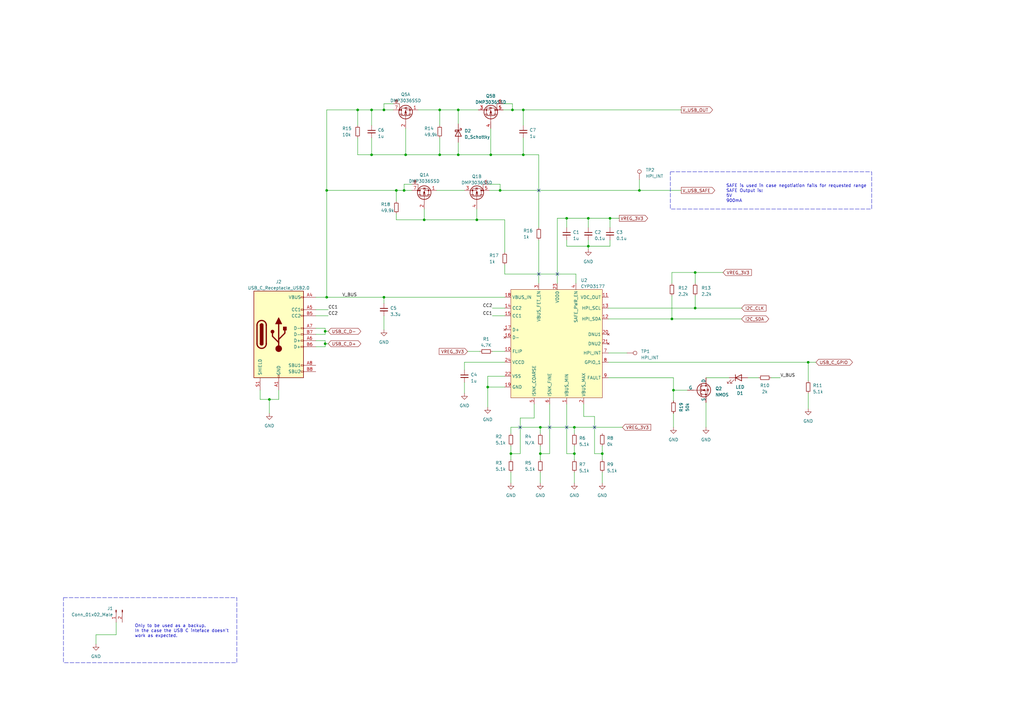
<source format=kicad_sch>
(kicad_sch (version 20230121) (generator eeschema)
  (paper "A3")
  (lib_symbols
    (symbol "Connector:Conn_01x02_Male" (pin_names (offset 1.016) hide)
      (property "Reference" "J" (at 0 2.54 0))
      (property "Value" "Conn_01x02_Male" (at 0 -5.08 0))
      (symbol "Conn_01x02_Male_1_1"
        (polyline (pts (xy 1.27 -2.54) (xy 0.8636 -2.54)) (stroke (width 0.1524)))
        (polyline (pts (xy 1.27 0) (xy 0.8636 0)) (stroke (width 0.1524)))
        (rectangle (start 0.8636 -2.413) (end 0 -2.667) (stroke (width 0.1524)) (fill (type outline)))
        (rectangle (start 0.8636 0.127) (end 0 -0.127) (stroke (width 0.1524)) (fill (type outline)))
        (pin passive line (at 5.08 0 180) (length 3.81) (name "Pin_1") (number "1"))
        (pin passive line (at 5.08 -2.54 180) (length 3.81) (name "Pin_2") (number "2"))
      )
    )
    (symbol "Connector:TestPoint" (pin_numbers hide) (pin_names (offset 0.762) hide)
      (property "Reference" "TP" (at 0 6.858 0))
      (property "Value" "TestPoint" (at 0 5.08 0))
      (symbol "TestPoint_0_1"
        (circle (center 0 3.302) (radius 0.762))
      )
      (symbol "TestPoint_1_1"
        (pin passive line (at 0 0 90) (length 2.54) (name "1") (number "1"))
      )
    )
    (symbol "Connector:USB_C_Receptacle_USB2.0" (pin_names (offset 1.016))
      (property "Reference" "J" (at -10.16 19.05 0))
      (property "Value" "USB_C_Receptacle_USB2.0" (at 19.05 19.05 0))
      (symbol "USB_C_Receptacle_USB2.0_0_0"
        (rectangle (start -0.254 -17.78) (end 0.254 -16.764))
        (rectangle (start 10.16 -14.986) (end 9.144 -15.494))
        (rectangle (start 10.16 -12.446) (end 9.144 -12.954))
        (rectangle (start 10.16 -4.826) (end 9.144 -5.334))
        (rectangle (start 10.16 -2.286) (end 9.144 -2.794))
        (rectangle (start 10.16 0.254) (end 9.144 -0.254))
        (rectangle (start 10.16 2.794) (end 9.144 2.286))
        (rectangle (start 10.16 7.874) (end 9.144 7.366))
        (rectangle (start 10.16 10.414) (end 9.144 9.906))
        (rectangle (start 10.16 15.494) (end 9.144 14.986))
      )
      (symbol "USB_C_Receptacle_USB2.0_0_1"
        (rectangle (start -10.16 17.78) (end 10.16 -17.78) (stroke (width 0.254)) (fill (type background)))
        (arc (start -8.89 -3.81) (mid -6.985 -5.7067) (end -5.08 -3.81) (stroke (width 0.508)))
        (arc (start -7.62 -3.81) (mid -6.985 -4.4423) (end -6.35 -3.81) (stroke (width 0.254)))
        (arc (start -7.62 -3.81) (mid -6.985 -4.4423) (end -6.35 -3.81) (stroke (width 0.254)) (fill (type outline)))
        (rectangle (start -7.62 -3.81) (end -6.35 3.81) (stroke (width 0.254)) (fill (type outline)))
        (arc (start -6.35 3.81) (mid -6.985 4.4423) (end -7.62 3.81) (stroke (width 0.254)))
        (arc (start -6.35 3.81) (mid -6.985 4.4423) (end -7.62 3.81) (stroke (width 0.254)) (fill (type outline)))
        (arc (start -5.08 3.81) (mid -6.985 5.7067) (end -8.89 3.81) (stroke (width 0.508)))
        (circle (center -2.54 1.143) (radius 0.635) (stroke (width 0.254)) (fill (type outline)))
        (circle (center 0 -5.842) (radius 1.27) (fill (type outline)))
        (polyline (pts (xy -8.89 -3.81) (xy -8.89 3.81)) (stroke (width 0.508)))
        (polyline (pts (xy -5.08 3.81) (xy -5.08 -3.81)) (stroke (width 0.508)))
        (polyline (pts (xy 0 -5.842) (xy 0 4.318)) (stroke (width 0.508)))
        (polyline (pts (xy 0 -3.302) (xy -2.54 -0.762) (xy -2.54 0.508)) (stroke (width 0.508)))
        (polyline (pts (xy 0 -2.032) (xy 2.54 0.508) (xy 2.54 1.778)) (stroke (width 0.508)))
        (polyline (pts (xy -1.27 4.318) (xy 0 6.858) (xy 1.27 4.318) (xy -1.27 4.318)) (stroke (width 0.254)) (fill (type outline)))
        (rectangle (start 1.905 1.778) (end 3.175 3.048) (stroke (width 0.254)) (fill (type outline)))
      )
      (symbol "USB_C_Receptacle_USB2.0_1_1"
        (pin passive line (at 0 -22.86 90) (length 5.08) (name "GND") (number "A1"))
        (pin passive line (at 0 -22.86 90) (length 5.08) hide (name "GND") (number "A12"))
        (pin passive line (at 15.24 15.24 180) (length 5.08) (name "VBUS") (number "A4"))
        (pin bidirectional line (at 15.24 10.16 180) (length 5.08) (name "CC1") (number "A5"))
        (pin bidirectional line (at 15.24 -2.54 180) (length 5.08) (name "D+") (number "A6"))
        (pin bidirectional line (at 15.24 2.54 180) (length 5.08) (name "D-") (number "A7"))
        (pin bidirectional line (at 15.24 -12.7 180) (length 5.08) (name "SBU1") (number "A8"))
        (pin passive line (at 15.24 15.24 180) (length 5.08) hide (name "VBUS") (number "A9"))
        (pin passive line (at 0 -22.86 90) (length 5.08) hide (name "GND") (number "B1"))
        (pin passive line (at 0 -22.86 90) (length 5.08) hide (name "GND") (number "B12"))
        (pin passive line (at 15.24 15.24 180) (length 5.08) hide (name "VBUS") (number "B4"))
        (pin bidirectional line (at 15.24 7.62 180) (length 5.08) (name "CC2") (number "B5"))
        (pin bidirectional line (at 15.24 -5.08 180) (length 5.08) (name "D+") (number "B6"))
        (pin bidirectional line (at 15.24 0 180) (length 5.08) (name "D-") (number "B7"))
        (pin bidirectional line (at 15.24 -15.24 180) (length 5.08) (name "SBU2") (number "B8"))
        (pin passive line (at 15.24 15.24 180) (length 5.08) hide (name "VBUS") (number "B9"))
        (pin passive line (at -7.62 -22.86 90) (length 5.08) (name "SHIELD") (number "S1"))
      )
    )
    (symbol "Device:C_Small" (pin_numbers hide) (pin_names (offset 0.254) hide)
      (property "Reference" "C" (at 0.254 1.778 0))
      (property "Value" "C_Small" (at 0.254 -2.032 0))
      (symbol "C_Small_0_1"
        (polyline (pts (xy -1.524 -0.508) (xy 1.524 -0.508)) (stroke (width 0.3302)))
        (polyline (pts (xy -1.524 0.508) (xy 1.524 0.508)) (stroke (width 0.3048)))
      )
      (symbol "C_Small_1_1"
        (pin passive line (at 0 2.54 270) (length 2.032) (name "~") (number "1"))
        (pin passive line (at 0 -2.54 90) (length 2.032) (name "~") (number "2"))
      )
    )
    (symbol "Device:D_Schottky" (pin_numbers hide) (pin_names (offset 1.016) hide)
      (property "Reference" "D" (at 0 2.54 0))
      (property "Value" "D_Schottky" (at 0 -2.54 0))
      (symbol "D_Schottky_0_1"
        (polyline (pts (xy 1.27 0) (xy -1.27 0)))
        (polyline (pts (xy 1.27 1.27) (xy 1.27 -1.27) (xy -1.27 0) (xy 1.27 1.27)) (stroke (width 0.254)))
        (polyline (pts (xy -1.905 0.635) (xy -1.905 1.27) (xy -1.27 1.27) (xy -1.27 -1.27) (xy -0.635 -1.27) (xy -0.635 -0.635)) (stroke (width 0.254)))
      )
      (symbol "D_Schottky_1_1"
        (pin passive line (at -3.81 0 0) (length 2.54) (name "K") (number "1"))
        (pin passive line (at 3.81 0 180) (length 2.54) (name "A") (number "2"))
      )
    )
    (symbol "Device:LED" (pin_numbers hide) (pin_names (offset 1.016) hide)
      (property "Reference" "D" (at 0 2.54 0))
      (property "Value" "LED" (at 0 -2.54 0))
      (symbol "LED_0_1"
        (polyline (pts (xy -1.27 -1.27) (xy -1.27 1.27)) (stroke (width 0.254)))
        (polyline (pts (xy -1.27 0) (xy 1.27 0)))
        (polyline (pts (xy 1.27 -1.27) (xy 1.27 1.27) (xy -1.27 0) (xy 1.27 -1.27)) (stroke (width 0.254)))
        (polyline (pts (xy -3.048 -0.762) (xy -4.572 -2.286) (xy -3.81 -2.286) (xy -4.572 -2.286) (xy -4.572 -1.524)))
        (polyline (pts (xy -1.778 -0.762) (xy -3.302 -2.286) (xy -2.54 -2.286) (xy -3.302 -2.286) (xy -3.302 -1.524)))
      )
      (symbol "LED_1_1"
        (pin passive line (at -3.81 0 0) (length 2.54) (name "K") (number "1"))
        (pin passive line (at 3.81 0 180) (length 2.54) (name "A") (number "2"))
      )
    )
    (symbol "Device:Q_Dual_PMOS_S1G1S2G2D2D2D1D1" (pin_names (offset 0) hide)
      (property "Reference" "Q" (at 6.35 1.27 0))
      (property "Value" "Q_Dual_PMOS_S1G1S2G2D2D2D1D1" (at 21.59 -1.27 0))
      (symbol "Q_Dual_PMOS_S1G1S2G2D2D2D1D1_0_1"
        (polyline (pts (xy 0.254 0) (xy -2.54 0)))
        (polyline (pts (xy 0.254 1.905) (xy 0.254 -1.905)) (stroke (width 0.254)))
        (polyline (pts (xy 0.762 -1.27) (xy 0.762 -2.286)) (stroke (width 0.254)))
        (polyline (pts (xy 0.762 0.508) (xy 0.762 -0.508)) (stroke (width 0.254)))
        (polyline (pts (xy 0.762 2.286) (xy 0.762 1.27)) (stroke (width 0.254)))
        (polyline (pts (xy 2.54 2.54) (xy 2.54 1.778)))
        (polyline (pts (xy 2.54 -2.54) (xy 2.54 0) (xy 0.762 0)))
        (polyline (pts (xy 0.762 1.778) (xy 3.302 1.778) (xy 3.302 -1.778) (xy 0.762 -1.778)))
        (polyline (pts (xy 2.286 0) (xy 1.27 0.381) (xy 1.27 -0.381) (xy 2.286 0)) (fill (type outline)))
        (polyline (pts (xy 2.794 -0.508) (xy 2.921 -0.381) (xy 3.683 -0.381) (xy 3.81 -0.254)))
        (polyline (pts (xy 3.302 -0.381) (xy 2.921 0.254) (xy 3.683 0.254) (xy 3.302 -0.381)))
        (circle (center 1.651 0) (radius 2.794) (stroke (width 0.254)))
        (circle (center 2.54 -1.778) (radius 0.254) (fill (type outline)))
        (circle (center 2.54 1.778) (radius 0.254) (fill (type outline)))
        (circle (center 2.54 2.54) (radius 0.254) (fill (type outline)))
        (rectangle (start 5.08 2.54) (end 2.54 2.54))
      )
      (symbol "Q_Dual_PMOS_S1G1S2G2D2D2D1D1_1_1"
        (pin passive line (at 2.54 -5.08 90) (length 2.54) (name "S") (number "1"))
        (pin input line (at -5.08 0 0) (length 2.54) (name "G") (number "2"))
        (pin passive line (at 2.54 5.08 270) (length 2.54) (name "D") (number "7"))
        (pin passive line (at 5.08 5.08 270) (length 2.54) (name "G") (number "8"))
      )
      (symbol "Q_Dual_PMOS_S1G1S2G2D2D2D1D1_2_1"
        (pin passive line (at 2.54 -5.08 90) (length 2.54) (name "S") (number "3"))
        (pin input line (at -5.08 0 0) (length 2.54) (name "G") (number "4"))
        (pin passive line (at 2.54 5.08 270) (length 2.54) (name "D") (number "5"))
        (pin passive line (at 5.08 5.08 270) (length 2.54) (name "G") (number "6"))
      )
    )
    (symbol "Device:R_Small" (pin_numbers hide) (pin_names (offset 0.254) hide)
      (property "Reference" "R" (at 0.762 0.508 0))
      (property "Value" "R_Small" (at 0.762 -1.016 0))
      (symbol "R_Small_0_1"
        (rectangle (start -0.762 1.778) (end 0.762 -1.778) (stroke (width 0.2032)))
      )
      (symbol "R_Small_1_1"
        (pin passive line (at 0 2.54 270) (length 0.762) (name "~") (number "1"))
        (pin passive line (at 0 -2.54 90) (length 0.762) (name "~") (number "2"))
      )
    )
    (symbol "Simulation_SPICE:NMOS" (pin_numbers hide) (pin_names (offset 0))
      (property "Reference" "Q" (at 5.08 1.27 0))
      (property "Value" "NMOS" (at 5.08 -1.27 0))
      (symbol "NMOS_0_1"
        (polyline (pts (xy 0.254 0) (xy -2.54 0)))
        (polyline (pts (xy 0.254 1.905) (xy 0.254 -1.905)) (stroke (width 0.254)))
        (polyline (pts (xy 0.762 -1.27) (xy 0.762 -2.286)) (stroke (width 0.254)))
        (polyline (pts (xy 0.762 0.508) (xy 0.762 -0.508)) (stroke (width 0.254)))
        (polyline (pts (xy 0.762 2.286) (xy 0.762 1.27)) (stroke (width 0.254)))
        (polyline (pts (xy 2.54 2.54) (xy 2.54 1.778)))
        (polyline (pts (xy 2.54 -2.54) (xy 2.54 0) (xy 0.762 0)))
        (polyline (pts (xy 0.762 -1.778) (xy 3.302 -1.778) (xy 3.302 1.778) (xy 0.762 1.778)))
        (polyline (pts (xy 1.016 0) (xy 2.032 0.381) (xy 2.032 -0.381) (xy 1.016 0)) (fill (type outline)))
        (polyline (pts (xy 2.794 0.508) (xy 2.921 0.381) (xy 3.683 0.381) (xy 3.81 0.254)))
        (polyline (pts (xy 3.302 0.381) (xy 2.921 -0.254) (xy 3.683 -0.254) (xy 3.302 0.381)))
        (circle (center 1.651 0) (radius 2.794) (stroke (width 0.254)))
        (circle (center 2.54 -1.778) (radius 0.254) (fill (type outline)))
        (circle (center 2.54 1.778) (radius 0.254) (fill (type outline)))
      )
      (symbol "NMOS_1_1"
        (pin passive line (at 2.54 5.08 270) (length 2.54) (name "D") (number "1"))
        (pin input line (at -5.08 0 0) (length 2.54) (name "G") (number "2"))
        (pin passive line (at 2.54 -5.08 90) (length 2.54) (name "S") (number "3"))
      )
    )
    (symbol "User_USB_C_PD:CYPD3177"
      (property "Reference" "U" (at 11.43 8.255 0))
      (property "Value" "CYPD3177" (at 15.24 6.35 0))
      (symbol "CYPD3177_1_1"
        (rectangle (start -19.05 5.08) (end 18.415 -39.37) (fill (type background)))
        (pin input line (at 3.81 -41.91 90) (length 2.54) (name "VBUS_MIN") (number "1"))
        (pin input line (at -21.59 -20.32 0) (length 2.54) (name "FLIP") (number "10"))
        (pin input line (at 20.955 1.905 180) (length 2.54) (name "VDC_OUT") (number "11"))
        (pin input line (at 20.955 -6.985 180) (length 2.54) (name "HPI_SDA") (number "12"))
        (pin input line (at 20.955 -2.54 180) (length 2.54) (name "HPI_SCL") (number "13"))
        (pin input line (at -21.59 -2.54 0) (length 2.54) (name "CC2") (number "14"))
        (pin input line (at -21.59 -5.715 0) (length 2.54) (name "CC1") (number "15"))
        (pin no_connect line (at -21.59 -14.605 0) (length 2.54) (name "D-") (number "16"))
        (pin no_connect line (at -21.59 -11.43 0) (length 2.54) (name "D+") (number "17"))
        (pin input line (at -21.59 1.905 0) (length 2.54) (name "VBUS_IN") (number "18"))
        (pin input line (at -21.59 -34.925 0) (length 2.54) (name "GND") (number "19"))
        (pin input line (at 10.795 -41.91 90) (length 2.54) (name "VBUS_MAX") (number "2"))
        (pin no_connect line (at 20.955 -13.335 180) (length 2.54) (name "DNU1") (number "20"))
        (pin no_connect line (at 20.955 -17.145 180) (length 2.54) (name "DNU2") (number "21"))
        (pin input line (at -21.59 -30.48 0) (length 2.54) (name "VSS") (number "22"))
        (pin input line (at 0 7.62 270) (length 2.54) (name "VDDD") (number "23"))
        (pin input line (at -21.59 -24.765 0) (length 2.54) (name "VCCD") (number "24"))
        (pin input line (at -7.62 7.62 270) (length 2.54) (name "VBUS_FET_EN") (number "3"))
        (pin input line (at 7.62 7.62 270) (length 2.54) (name "SAFE_PWR_EN") (number "4"))
        (pin input line (at -9.525 -41.91 90) (length 2.54) (name "ISNK_COARSE") (number "5"))
        (pin input line (at -3.175 -41.91 90) (length 2.54) (name "ISNK_FINE") (number "6"))
        (pin input line (at 20.955 -20.955 180) (length 2.54) (name "HPI_INT") (number "7"))
        (pin input line (at 20.955 -24.765 180) (length 2.54) (name "GPIO_1") (number "8"))
        (pin input line (at 20.955 -31.115 180) (length 2.54) (name "FAULT") (number "9"))
      )
    )
    (symbol "power:GND" (power) (pin_names (offset 0))
      (property "Value" "GND" (at 0 -3.81 0))
      (symbol "GND_0_1"
        (polyline (pts (xy 0 0) (xy 0 -1.27) (xy 1.27 -1.27) (xy 0 -2.54) (xy -1.27 -1.27) (xy 0 -1.27)))
      )
      (symbol "GND_1_1"
        (pin power_in line (at 0 0 270) (length 0) hide (name "GND") (number "1"))
      )
    )
  )
  (junction (at 200.025 158.75))
  (junction (at 133.35 140.97))
  (junction (at 152.4 63.5))
  (junction (at 146.685 45.085))
  (junction (at 133.985 78.105))
  (junction (at 214.63 45.085))
  (junction (at 195.58 90.17))
  (junction (at 285.115 111.76))
  (junction (at 201.295 63.5))
  (junction (at 235.585 175.26))
  (junction (at 214.63 63.5))
  (junction (at 180.34 45.085))
  (junction (at 152.4 45.085))
  (junction (at 157.48 121.92))
  (junction (at 210.185 45.085))
  (junction (at 205.105 78.105))
  (junction (at 173.99 90.17))
  (junction (at 221.615 186.055))
  (junction (at 221.615 175.26))
  (junction (at 133.35 135.89))
  (junction (at 276.225 160.02))
  (junction (at 262.255 78.105))
  (junction (at 250.19 89.535))
  (junction (at 235.585 186.055))
  (junction (at 110.49 163.83))
  (junction (at 187.96 63.5))
  (junction (at 209.55 186.055))
  (junction (at 331.47 148.59))
  (junction (at 241.3 100.965))
  (junction (at 285.115 126.365))
  (junction (at 157.48 45.085))
  (junction (at 247.015 186.055))
  (junction (at 133.985 121.92))
  (junction (at 241.3 89.535))
  (junction (at 165.735 78.105))
  (junction (at 180.34 63.5))
  (junction (at 275.59 130.81))
  (junction (at 232.41 89.535))
  (junction (at 187.96 45.085))
  (junction (at 166.37 63.5))
  (junction (at 162.56 78.105))
  (no_connect (at 225.425 175.26))
  (no_connect (at 228.6 112.395))
  (no_connect (at 220.98 112.395))
  (no_connect (at 220.98 78.105))
  (no_connect (at 232.41 175.26))
  (no_connect (at 243.84 175.26))
  (no_connect (at 213.36 175.26))
  (wire (pts (xy 221.615 175.26) (xy 235.585 175.26)))
  (wire (pts (xy 195.58 85.725) (xy 195.58 90.17)))
  (wire (pts (xy 133.985 78.105) (xy 133.985 45.085)))
  (wire (pts (xy 209.55 175.26) (xy 221.615 175.26)))
  (wire (pts (xy 179.07 78.105) (xy 190.5 78.105)))
  (wire (pts (xy 200.66 75.565) (xy 205.105 75.565)))
  (wire (pts (xy 110.49 163.83) (xy 114.3 163.83)))
  (wire (pts (xy 289.56 165.1) (xy 289.56 175.26)))
  (wire (pts (xy 146.685 45.085) (xy 152.4 45.085)))
  (wire (pts (xy 232.41 100.965) (xy 232.41 98.425)))
  (wire (pts (xy 165.735 78.105) (xy 168.91 78.105)))
  (wire (pts (xy 133.35 140.97) (xy 134.62 140.97)))
  (wire (pts (xy 152.4 63.5) (xy 166.37 63.5)))
  (wire (pts (xy 162.56 82.55) (xy 162.56 78.105)))
  (wire (pts (xy 236.22 112.395) (xy 207.01 112.395)))
  (wire (pts (xy 276.225 160.02) (xy 276.225 164.465)))
  (wire (pts (xy 209.55 186.055) (xy 209.55 188.595)))
  (wire (pts (xy 220.98 93.345) (xy 220.98 63.5)))
  (wire (pts (xy 219.075 171.45) (xy 213.36 171.45)))
  (wire (pts (xy 225.425 165.735) (xy 225.425 186.055)))
  (wire (pts (xy 200.66 78.105) (xy 205.105 78.105)))
  (wire (pts (xy 190.5 156.845) (xy 190.5 161.29)))
  (wire (pts (xy 157.48 121.92) (xy 207.01 121.92)))
  (wire (pts (xy 219.075 171.45) (xy 219.075 165.735)))
  (wire (pts (xy 157.48 121.92) (xy 157.48 124.46)))
  (wire (pts (xy 133.35 135.89) (xy 133.35 137.16)))
  (wire (pts (xy 210.185 45.085) (xy 214.63 45.085)))
  (wire (pts (xy 162.56 78.105) (xy 165.735 78.105)))
  (wire (pts (xy 207.01 126.365) (xy 201.93 126.365)))
  (wire (pts (xy 213.36 186.055) (xy 209.55 186.055)))
  (wire (pts (xy 213.36 171.45) (xy 213.36 186.055)))
  (wire (pts (xy 207.01 154.305) (xy 200.025 154.305)))
  (wire (pts (xy 285.115 126.365) (xy 304.165 126.365)))
  (wire (pts (xy 152.4 45.085) (xy 152.4 51.435)))
  (wire (pts (xy 331.47 148.59) (xy 331.47 156.21)))
  (wire (pts (xy 239.395 165.735) (xy 239.395 170.815)))
  (wire (pts (xy 133.35 134.62) (xy 133.35 135.89)))
  (wire (pts (xy 180.34 63.5) (xy 166.37 63.5)))
  (wire (pts (xy 221.615 193.675) (xy 221.615 198.12)))
  (wire (pts (xy 236.22 116.205) (xy 236.22 112.395)))
  (wire (pts (xy 207.01 103.505) (xy 207.01 90.17)))
  (wire (pts (xy 296.545 111.76) (xy 285.115 111.76)))
  (wire (pts (xy 133.35 135.89) (xy 134.62 135.89)))
  (wire (pts (xy 129.54 137.16) (xy 133.35 137.16)))
  (wire (pts (xy 207.01 129.54) (xy 201.93 129.54)))
  (wire (pts (xy 276.225 169.545) (xy 276.225 175.26)))
  (wire (pts (xy 206.375 42.545) (xy 210.185 42.545)))
  (wire (pts (xy 250.19 89.535) (xy 254 89.535)))
  (wire (pts (xy 221.615 175.26) (xy 221.615 177.8)))
  (wire (pts (xy 249.555 148.59) (xy 331.47 148.59)))
  (wire (pts (xy 285.115 111.76) (xy 285.115 116.205)))
  (wire (pts (xy 133.985 121.92) (xy 133.985 78.105)))
  (wire (pts (xy 129.54 142.24) (xy 133.35 142.24)))
  (wire (pts (xy 180.34 45.085) (xy 180.34 51.435)))
  (wire (pts (xy 235.585 193.675) (xy 235.585 198.12)))
  (wire (pts (xy 146.685 63.5) (xy 152.4 63.5)))
  (wire (pts (xy 331.47 161.29) (xy 331.47 167.64)))
  (wire (pts (xy 106.68 163.83) (xy 110.49 163.83)))
  (wire (pts (xy 129.54 139.7) (xy 133.35 139.7)))
  (wire (pts (xy 221.615 186.055) (xy 221.615 188.595)))
  (wire (pts (xy 250.19 89.535) (xy 250.19 93.345)))
  (wire (pts (xy 207.01 90.17) (xy 195.58 90.17)))
  (wire (pts (xy 250.19 100.965) (xy 241.3 100.965)))
  (wire (pts (xy 228.6 116.205) (xy 228.6 89.535)))
  (wire (pts (xy 235.585 182.88) (xy 235.585 186.055)))
  (wire (pts (xy 235.585 186.055) (xy 235.585 188.595)))
  (wire (pts (xy 207.01 158.75) (xy 200.025 158.75)))
  (wire (pts (xy 146.685 51.435) (xy 146.685 45.085)))
  (wire (pts (xy 157.48 42.545) (xy 161.29 42.545)))
  (wire (pts (xy 152.4 56.515) (xy 152.4 63.5)))
  (wire (pts (xy 171.45 45.085) (xy 180.34 45.085)))
  (wire (pts (xy 207.01 112.395) (xy 207.01 108.585)))
  (wire (pts (xy 320.04 154.94) (xy 316.23 154.94)))
  (wire (pts (xy 106.68 160.02) (xy 106.68 163.83)))
  (wire (pts (xy 205.105 75.565) (xy 205.105 78.105)))
  (wire (pts (xy 168.91 75.565) (xy 165.735 75.565)))
  (wire (pts (xy 275.59 121.285) (xy 275.59 130.81)))
  (wire (pts (xy 187.96 63.5) (xy 180.34 63.5)))
  (wire (pts (xy 243.84 170.815) (xy 243.84 186.055)))
  (wire (pts (xy 275.59 111.76) (xy 275.59 116.205)))
  (wire (pts (xy 250.19 98.425) (xy 250.19 100.965)))
  (wire (pts (xy 205.105 78.105) (xy 262.255 78.105)))
  (wire (pts (xy 209.55 177.8) (xy 209.55 175.26)))
  (wire (pts (xy 187.96 45.085) (xy 196.215 45.085)))
  (wire (pts (xy 214.63 63.5) (xy 201.295 63.5)))
  (wire (pts (xy 133.985 121.92) (xy 157.48 121.92)))
  (wire (pts (xy 129.54 134.62) (xy 133.35 134.62)))
  (wire (pts (xy 228.6 89.535) (xy 232.41 89.535)))
  (wire (pts (xy 152.4 45.085) (xy 157.48 45.085)))
  (wire (pts (xy 331.47 148.59) (xy 334.645 148.59)))
  (wire (pts (xy 195.58 90.17) (xy 173.99 90.17)))
  (wire (pts (xy 276.225 154.94) (xy 249.555 154.94)))
  (wire (pts (xy 249.555 144.78) (xy 257.175 144.78)))
  (wire (pts (xy 146.685 63.5) (xy 146.685 56.515)))
  (wire (pts (xy 210.185 42.545) (xy 210.185 45.085)))
  (wire (pts (xy 220.98 116.205) (xy 220.98 98.425)))
  (wire (pts (xy 165.735 75.565) (xy 165.735 78.105)))
  (wire (pts (xy 285.115 121.285) (xy 285.115 126.365)))
  (wire (pts (xy 47.625 260.35) (xy 39.37 260.35)))
  (wire (pts (xy 110.49 163.83) (xy 110.49 169.545)))
  (wire (pts (xy 235.585 175.26) (xy 235.585 177.8)))
  (wire (pts (xy 241.3 89.535) (xy 250.19 89.535)))
  (wire (pts (xy 180.34 56.515) (xy 180.34 63.5)))
  (wire (pts (xy 157.48 129.54) (xy 157.48 135.255)))
  (wire (pts (xy 232.41 93.345) (xy 232.41 89.535)))
  (wire (pts (xy 39.37 260.35) (xy 39.37 264.16)))
  (wire (pts (xy 201.295 52.705) (xy 201.295 63.5)))
  (wire (pts (xy 262.255 73.66) (xy 262.255 78.105)))
  (wire (pts (xy 241.3 100.965) (xy 241.3 102.235)))
  (wire (pts (xy 241.3 98.425) (xy 241.3 100.965)))
  (wire (pts (xy 191.77 144.145) (xy 196.85 144.145)))
  (wire (pts (xy 129.54 121.92) (xy 133.985 121.92)))
  (wire (pts (xy 157.48 45.085) (xy 157.48 42.545)))
  (wire (pts (xy 241.3 89.535) (xy 241.3 93.345)))
  (wire (pts (xy 311.15 154.94) (xy 306.705 154.94)))
  (wire (pts (xy 214.63 56.515) (xy 214.63 63.5)))
  (wire (pts (xy 232.41 186.055) (xy 235.585 186.055)))
  (wire (pts (xy 243.84 186.055) (xy 247.015 186.055)))
  (wire (pts (xy 299.085 154.94) (xy 289.56 154.94)))
  (wire (pts (xy 129.54 129.54) (xy 134.62 129.54)))
  (wire (pts (xy 285.115 111.76) (xy 275.59 111.76)))
  (wire (pts (xy 114.3 160.02) (xy 114.3 163.83)))
  (wire (pts (xy 190.5 148.59) (xy 207.01 148.59)))
  (wire (pts (xy 220.98 63.5) (xy 214.63 63.5)))
  (wire (pts (xy 201.295 63.5) (xy 187.96 63.5)))
  (wire (pts (xy 214.63 45.085) (xy 279.4 45.085)))
  (wire (pts (xy 162.56 90.17) (xy 162.56 87.63)))
  (wire (pts (xy 241.3 100.965) (xy 232.41 100.965)))
  (wire (pts (xy 214.63 45.085) (xy 214.63 51.435)))
  (wire (pts (xy 173.99 90.17) (xy 173.99 85.725)))
  (wire (pts (xy 200.025 158.75) (xy 200.025 167.005)))
  (wire (pts (xy 133.35 139.7) (xy 133.35 140.97)))
  (wire (pts (xy 200.025 154.305) (xy 200.025 158.75)))
  (wire (pts (xy 187.96 58.42) (xy 187.96 63.5)))
  (wire (pts (xy 225.425 186.055) (xy 221.615 186.055)))
  (wire (pts (xy 173.99 90.17) (xy 162.56 90.17)))
  (wire (pts (xy 187.96 45.085) (xy 187.96 50.8)))
  (wire (pts (xy 133.35 140.97) (xy 133.35 142.24)))
  (wire (pts (xy 235.585 175.26) (xy 255.27 175.26)))
  (wire (pts (xy 281.94 160.02) (xy 276.225 160.02)))
  (wire (pts (xy 133.985 78.105) (xy 162.56 78.105)))
  (wire (pts (xy 247.015 182.88) (xy 247.015 186.055)))
  (wire (pts (xy 232.41 89.535) (xy 241.3 89.535)))
  (wire (pts (xy 206.375 45.085) (xy 210.185 45.085)))
  (wire (pts (xy 209.55 198.12) (xy 209.55 193.675)))
  (wire (pts (xy 47.625 255.27) (xy 47.625 260.35)))
  (wire (pts (xy 249.555 130.81) (xy 275.59 130.81)))
  (wire (pts (xy 247.015 186.055) (xy 247.015 188.595)))
  (wire (pts (xy 239.395 170.815) (xy 243.84 170.815)))
  (wire (pts (xy 129.54 127) (xy 134.62 127)))
  (wire (pts (xy 262.255 78.105) (xy 279.4 78.105)))
  (wire (pts (xy 276.225 160.02) (xy 276.225 154.94)))
  (wire (pts (xy 275.59 130.81) (xy 304.165 130.81)))
  (wire (pts (xy 133.985 45.085) (xy 146.685 45.085)))
  (wire (pts (xy 157.48 45.085) (xy 161.29 45.085)))
  (wire (pts (xy 166.37 63.5) (xy 166.37 52.705)))
  (wire (pts (xy 232.41 165.735) (xy 232.41 186.055)))
  (wire (pts (xy 209.55 182.88) (xy 209.55 186.055)))
  (wire (pts (xy 180.34 45.085) (xy 187.96 45.085)))
  (wire (pts (xy 249.555 126.365) (xy 285.115 126.365)))
  (wire (pts (xy 201.93 144.145) (xy 207.01 144.145)))
  (wire (pts (xy 190.5 151.765) (xy 190.5 148.59)))
  (wire (pts (xy 247.015 193.675) (xy 247.015 198.12)))
  (wire (pts (xy 221.615 182.88) (xy 221.615 186.055)))
  (rectangle (start 26.035 245.11) (end 97.155 271.78) (stroke (width 0) (type dash)))
  (rectangle (start 274.955 70.485) (end 357.505 85.725) (stroke (width 0) (type dash)))
  (text "Only to be used as a backup.\nIn the case the USB C inteface doesn't\nwork as expected." (at 55.245 261.62 0) (effects (font (size 1.27 1.27)) (justify left bottom)))
  (text "SAFE is used in case negotiation fails for requested range\nSAFE Output is:\n5V\n900mA" (at 297.815 83.185 0) (effects (font (size 1.27 1.27)) (justify left bottom)))
  (label "V_BUS" (at 140.335 121.92 0))
  (label "CC2" (at 201.93 126.365 180))
  (label "CC1" (at 201.93 129.54 180))
  (label "CC1" (at 134.62 127 0))
  (label "CC2" (at 134.62 129.54 0))
  (label "V_BUS" (at 320.04 154.94 0))
  (global_label "VREG_3V3" (shape output) (at 254 89.535 0) (property "Intersheetrefs" "${INTERSHEET_REFS}" (effects hide)))
  (global_label "I2C_SDA" (shape bidirectional) (at 304.165 130.81 0) (property "Intersheetrefs" "${INTERSHEET_REFS}" (effects hide)))
  (global_label "VREG_3V3" (shape input) (at 255.27 175.26 0) (property "Intersheetrefs" "${INTERSHEET_REFS}" (effects hide)))
  (global_label "V_USB_SAFE" (shape output) (at 279.4 78.105 0) (property "Intersheetrefs" "${INTERSHEET_REFS}" (effects hide)))
  (global_label "USB_C_GPIO" (shape bidirectional) (at 334.645 148.59 0) (property "Intersheetrefs" "${INTERSHEET_REFS}" (effects hide)))
  (global_label "USB_C_D+" (shape bidirectional) (at 134.62 140.97 0) (property "Intersheetrefs" "${INTERSHEET_REFS}" (effects hide)))
  (global_label "USB_C_D-" (shape bidirectional) (at 134.62 135.89 0) (property "Intersheetrefs" "${INTERSHEET_REFS}" (effects hide)))
  (global_label "I2C_CLK" (shape input) (at 304.165 126.365 0) (property "Intersheetrefs" "${INTERSHEET_REFS}" (effects hide)))
  (global_label "V_USB_OUT" (shape output) (at 279.4 45.085 0) (property "Intersheetrefs" "${INTERSHEET_REFS}" (effects hide)))
  (global_label "VREG_3V3" (shape input) (at 296.545 111.76 0) (property "Intersheetrefs" "${INTERSHEET_REFS}" (effects hide)))
  (global_label "VREG_3V3" (shape input) (at 191.77 144.145 180) (property "Intersheetrefs" "${INTERSHEET_REFS}" (effects hide)))
  (symbol (lib_id "Device:R_Small") (at 209.55 191.135 0) (unit 1)
    (property "Reference" "R3" (at 203.2 189.865 0) (effects (justify left)))
    (property "Value" "5.1k" (at 203.2 192.405 0) (effects (justify left)))
    (property "Footprint" "Resistor_SMD:R_0805_2012Metric_Pad1.20x1.40mm_HandSolder" (effects hide))
  )
  (symbol (lib_id "Device:R_Small") (at 247.015 180.34 0) (unit 1)
    (property "Reference" "R8" (at 248.92 179.705 0) (effects (justify left)))
    (property "Value" "0k" (at 248.92 182.245 0) (effects (justify left)))
    (property "Footprint" "Resistor_SMD:R_0805_2012Metric_Pad1.20x1.40mm_HandSolder" (effects hide))
  )
  (symbol (lib_id "User_USB_C_PD:CYPD3177") (at 228.6 123.825 0) (unit 1)
    (property "Reference" "U2" (at 238.1759 114.935 0) (effects (justify left)))
    (property "Value" "CYPD3177" (at 238.1759 117.475 0) (effects (justify left)))
    (property "Footprint" "Package_DFN_QFN:QFN-24-1EP_4x4mm_P0.5mm_EP2.65x2.65mm" (effects hide))
    (property "Datasheet" "https://www.mouser.com/datasheet/2/196/Infineon_EZ_PD_BCR_Datasheet_USB_Type_C_Port_Contr-3161917.pdf" (effects hide))
    (property "Vendor" "https://www.mouser.com/ProductDetail/Infineon-Technologies/CYPD3177-24LQXQ?qs=PzGy0jfpSMvR3aDH5AdWfA%3D%3D" (effects hide))
    (property "Price" "2.2" (effects hide))
  )
  (symbol (lib_id "power:GND") (at 221.615 198.12 0) (mirror y) (unit 1)
    (property "Reference" "#PWR06" (effects hide))
    (property "Value" "GND" (at 221.615 203.2 0))
    (instances (project "battery_charging_devboard" (path "" (reference "#PWR06") (unit 1))) (project "power_supply" (path "" (reference "#PWR047") (unit 1))))
  )
  (symbol (lib_id "Device:C_Small") (at 232.41 95.885 0) (unit 1)
    (property "Reference" "C1" (at 234.95 95.2563 0) (effects (justify left)))
    (property "Value" "1u" (at 234.95 97.7963 0) (effects (justify left)))
    (property "Footprint" "Capacitor_SMD:C_0805_2012Metric_Pad1.18x1.45mm_HandSolder" (effects hide))
  )
  (symbol (lib_id "Device:R_Small") (at 199.39 144.145 90) (unit 1)
    (property "Reference" "R1" (at 199.39 139.065 90))
    (property "Value" "4.7K" (at 199.39 141.605 90))
    (property "Footprint" "Resistor_SMD:R_0805_2012Metric_Pad1.20x1.40mm_HandSolder" (effects hide))
  )
  (symbol (lib_id "Device:R_Small") (at 285.115 118.745 0) (unit 1)
    (property "Reference" "R13" (at 287.655 118.11 0) (effects (justify left)))
    (property "Value" "2.2k" (at 287.655 120.65 0) (effects (justify left)))
    (property "Footprint" "Resistor_SMD:R_0805_2012Metric_Pad1.20x1.40mm_HandSolder" (effects hide))
  )
  (symbol (lib_id "Device:R_Small") (at 207.01 106.045 0) (unit 1)
    (property "Reference" "R17" (at 200.66 104.775 0) (effects (justify left)))
    (property "Value" "1k" (at 200.66 107.315 0) (effects (justify left)))
    (property "Footprint" "Resistor_SMD:R_0805_2012Metric_Pad1.20x1.40mm_HandSolder" (effects hide))
  )
  (symbol (lib_id "Device:C_Small") (at 241.3 95.885 0) (unit 1)
    (property "Reference" "C2" (at 243.84 95.2563 0) (effects (justify left)))
    (property "Value" "0.1u" (at 243.84 97.7963 0) (effects (justify left)))
    (property "Footprint" "Capacitor_SMD:C_0805_2012Metric_Pad1.18x1.45mm_HandSolder" (effects hide))
  )
  (symbol (lib_id "power:GND") (at 276.225 175.26 0) (mirror y) (unit 1)
    (property "Reference" "#PWR09" (effects hide))
    (property "Value" "GND" (at 276.225 180.34 0))
    (instances (project "battery_charging_devboard" (path "" (reference "#PWR09") (unit 1))) (project "power_supply" (path "" (reference "#PWR047") (unit 1))))
  )
  (symbol (lib_id "power:GND") (at 39.37 264.16 0) (mirror y) (unit 1)
    (property "Reference" "#PWR02" (effects hide))
    (property "Value" "GND" (at 39.37 269.24 0))
  )
  (symbol (lib_id "power:GND") (at 190.5 161.29 0) (mirror y) (unit 1)
    (property "Reference" "#PWR03" (effects hide))
    (property "Value" "GND" (at 190.5 166.37 0))
    (instances (project "battery_charging_devboard" (path "" (reference "#PWR03") (unit 1))) (project "power_supply" (path "" (reference "#PWR047") (unit 1))))
  )
  (symbol (lib_id "Device:R_Small") (at 221.615 191.135 0) (unit 1)
    (property "Reference" "R5" (at 215.265 189.865 0) (effects (justify left)))
    (property "Value" "5.1k" (at 215.265 192.405 0) (effects (justify left)))
    (property "Footprint" "Resistor_SMD:R_0805_2012Metric_Pad1.20x1.40mm_HandSolder" (effects hide))
  )
  (symbol (lib_id "power:GND") (at 289.56 175.26 0) (mirror y) (unit 1)
    (property "Reference" "#PWR012" (effects hide))
    (property "Value" "GND" (at 289.56 180.34 0))
    (instances (project "battery_charging_devboard" (path "" (reference "#PWR012") (unit 1))) (project "power_supply" (path "" (reference "#PWR047") (unit 1))))
  )
  (symbol (lib_id "power:GND") (at 209.55 198.12 0) (mirror y) (unit 1)
    (property "Reference" "#PWR05" (effects hide))
    (property "Value" "GND" (at 209.55 203.2 0))
    (instances (project "battery_charging_devboard" (path "" (reference "#PWR05") (unit 1))) (project "power_supply" (path "" (reference "#PWR047") (unit 1))))
  )
  (symbol (lib_id "Device:R_Small") (at 247.015 191.135 0) (unit 1)
    (property "Reference" "R9" (at 248.92 190.5 0) (effects (justify left)))
    (property "Value" "5.1k" (at 248.92 193.04 0) (effects (justify left)))
    (property "Footprint" "Resistor_SMD:R_0805_2012Metric_Pad1.20x1.40mm_HandSolder" (effects hide))
  )
  (symbol (lib_id "Device:R_Small") (at 275.59 118.745 0) (unit 1)
    (property "Reference" "R12" (at 278.13 118.11 0) (effects (justify left)))
    (property "Value" "2.2k" (at 278.13 120.65 0) (effects (justify left)))
    (property "Footprint" "Resistor_SMD:R_0805_2012Metric_Pad1.20x1.40mm_HandSolder" (effects hide))
  )
  (symbol (lib_id "Device:C_Small") (at 190.5 154.305 0) (unit 1)
    (property "Reference" "C4" (at 193.04 153.6763 0) (effects (justify left)))
    (property "Value" "1u" (at 193.04 156.2163 0) (effects (justify left)))
    (property "Footprint" "Capacitor_SMD:C_0805_2012Metric_Pad1.18x1.45mm_HandSolder" (effects hide))
  )
  (symbol (lib_id "power:GND") (at 157.48 135.255 0) (mirror y) (unit 1)
    (property "Reference" "#PWR011" (effects hide))
    (property "Value" "GND" (at 157.48 140.335 0))
    (instances (project "battery_charging_devboard" (path "" (reference "#PWR011") (unit 1))) (project "power_supply" (path "" (reference "#PWR047") (unit 1))))
  )
  (symbol (lib_id "Device:Q_Dual_PMOS_S1G1S2G2D2D2D1D1") (at 195.58 80.645 270) (mirror x) (unit 2)
    (property "Reference" "Q1" (at 195.58 72.39 90))
    (property "Value" "DMP3036SSD" (at 195.58 74.93 90))
    (property "Footprint" "Package_SO:SO-8_3.9x4.9mm_P1.27mm" (effects hide))
    (property "Datasheet" "https://www.diodes.com/assets/Datasheets/DMP3036SSD.pdf" (effects hide))
    (property "Vendor" "https://www.mouser.com/ProductDetail/Diodes-Incorporated/DMP3036SSD-13?qs=OVC8WVYZliQQ%252Bz8nd4Q8aA%3D%3D" (effects hide))
    (property "Price" "0.8" (effects hide))
  )
  (symbol (lib_id "Simulation_SPICE:NMOS") (at 287.02 160.02 0) (unit 1)
    (property "Reference" "Q2" (at 293.37 159.385 0) (effects (justify left)))
    (property "Value" "NMOS" (at 293.37 161.925 0) (effects (justify left)))
    (property "Datasheet" "https://ngspice.sourceforge.io/docs/ngspice-manual.pdf" (effects hide))
    (property "Sim.Device" "NMOS" (effects hide))
    (property "Sim.Type" "VDMOS" (effects hide))
    (property "Sim.Pins" "1=D 2=G 3=S" (effects hide))
  )
  (symbol (lib_id "Connector:USB_C_Receptacle_USB2.0") (at 114.3 137.16 0) (unit 1)
    (property "Reference" "J2" (at 114.3 115.57 0))
    (property "Value" "USB_C_Receptacle_USB2.0" (at 114.3 118.11 0))
    (property "Footprint" "Connector_USB:USB_C_Receptacle_Amphenol_12401610E4-2A" (effects hide))
    (property "Datasheet" "https://www.usb.org/sites/default/files/documents/usb_type-c.zip" (effects hide))
    (property "Vendor" "https://www.mouser.com/ProductDetail/Amphenol-Commercial-Products/12401610E42A?qs=EgDjlb95zqAWvChv41w5lg%3D%3D" (effects hide))
    (property "Price" "1.33" (effects hide))
  )
  (symbol (lib_id "Device:R_Small") (at 331.47 158.75 0) (unit 1)
    (property "Reference" "R11" (at 333.375 158.115 0) (effects (justify left)))
    (property "Value" "5.1k" (at 333.375 160.655 0) (effects (justify left)))
    (property "Footprint" "Resistor_SMD:R_0805_2012Metric_Pad1.20x1.40mm_HandSolder" (effects hide))
  )
  (symbol (lib_id "Device:C_Small") (at 157.48 127 0) (unit 1)
    (property "Reference" "C5" (at 160.02 126.3713 0) (effects (justify left)))
    (property "Value" "3.3u" (at 160.02 128.9113 0) (effects (justify left)))
    (property "Footprint" "Capacitor_SMD:C_0805_2012Metric_Pad1.18x1.45mm_HandSolder" (effects hide))
  )
  (symbol (lib_id "power:GND") (at 247.015 198.12 0) (mirror y) (unit 1)
    (property "Reference" "#PWR08" (effects hide))
    (property "Value" "GND" (at 247.015 203.2 0))
    (instances (project "battery_charging_devboard" (path "" (reference "#PWR08") (unit 1))) (project "power_supply" (path "" (reference "#PWR047") (unit 1))))
  )
  (symbol (lib_id "Device:R_Small") (at 220.98 95.885 0) (unit 1)
    (property "Reference" "R16" (at 214.63 94.615 0) (effects (justify left)))
    (property "Value" "1k" (at 214.63 97.155 0) (effects (justify left)))
    (property "Footprint" "Resistor_SMD:R_0805_2012Metric_Pad1.20x1.40mm_HandSolder" (effects hide))
  )
  (symbol (lib_id "Connector:TestPoint") (at 257.175 144.78 270) (unit 1)
    (property "Reference" "TP1" (at 262.89 144.145 90) (effects (justify left)))
    (property "Value" "HPI_INT" (at 262.89 146.685 90) (effects (justify left)))
    (property "Footprint" "TestPoint:TestPoint_Pad_2.5x2.5mm" (effects hide))
  )
  (symbol (lib_id "Device:R_Small") (at 235.585 180.34 0) (unit 1)
    (property "Reference" "R6" (at 237.49 179.705 0) (effects (justify left)))
    (property "Value" "5.1k" (at 237.49 182.245 0) (effects (justify left)))
    (property "Footprint" "Resistor_SMD:R_0805_2012Metric_Pad1.20x1.40mm_HandSolder" (effects hide))
  )
  (symbol (lib_id "Device:Q_Dual_PMOS_S1G1S2G2D2D2D1D1") (at 173.99 80.645 90) (unit 1)
    (property "Reference" "Q1" (at 173.99 71.755 90))
    (property "Value" "DMP3036SSD" (at 173.99 74.295 90))
    (property "Footprint" "Package_SO:SO-8_3.9x4.9mm_P1.27mm" (effects hide))
    (property "Datasheet" "https://www.diodes.com/assets/Datasheets/DMP3036SSD.pdf" (effects hide))
    (property "Vendor" "https://www.mouser.com/ProductDetail/Diodes-Incorporated/DMP3036SSD-13?qs=OVC8WVYZliQQ%252Bz8nd4Q8aA%3D%3D" (effects hide))
    (property "Price" "0.8" (effects hide))
  )
  (symbol (lib_id "Device:C_Small") (at 250.19 95.885 0) (unit 1)
    (property "Reference" "C3" (at 252.73 95.2563 0) (effects (justify left)))
    (property "Value" "0.1u" (at 252.73 97.7963 0) (effects (justify left)))
    (property "Footprint" "Capacitor_SMD:C_0805_2012Metric_Pad1.18x1.45mm_HandSolder" (effects hide))
  )
  (symbol (lib_id "Device:R_Small") (at 209.55 180.34 0) (unit 1)
    (property "Reference" "R2" (at 203.2 179.07 0) (effects (justify left)))
    (property "Value" "5.1k" (at 203.2 181.61 0) (effects (justify left)))
    (property "Footprint" "Resistor_SMD:R_0805_2012Metric_Pad1.20x1.40mm_HandSolder" (effects hide))
  )
  (symbol (lib_id "Device:R_Small") (at 180.34 53.975 0) (unit 1)
    (property "Reference" "R14" (at 173.99 52.705 0) (effects (justify left)))
    (property "Value" "49.9k" (at 173.99 55.245 0) (effects (justify left)))
    (property "Footprint" "Resistor_SMD:R_0805_2012Metric_Pad1.20x1.40mm_HandSolder" (effects hide))
  )
  (symbol (lib_id "power:GND") (at 241.3 102.235 0) (unit 1)
    (property "Reference" "#PWR01" (effects hide))
    (property "Value" "GND" (at 241.3 107.315 0))
  )
  (symbol (lib_id "Device:R_Small") (at 313.69 154.94 90) (unit 1)
    (property "Reference" "R10" (at 313.69 158.115 90))
    (property "Value" "2k" (at 313.69 160.655 90))
    (property "Footprint" "Resistor_SMD:R_0805_2012Metric_Pad1.20x1.40mm_HandSolder" (effects hide))
  )
  (symbol (lib_id "Connector:Conn_01x02_Male") (at 47.625 250.19 90) (mirror x) (unit 1)
    (property "Reference" "J1" (at 46.355 249.5549 90) (effects (justify left)))
    (property "Value" "Conn_01x02_Male" (at 46.355 252.0949 90) (effects (justify left)))
    (property "Footprint" "Connector_PinHeader_2.54mm:PinHeader_1x02_P2.54mm_Vertical" (effects hide))
  )
  (symbol (lib_id "power:GND") (at 110.49 169.545 0) (mirror y) (unit 1)
    (property "Reference" "#PWR047" (effects hide))
    (property "Value" "GND" (at 110.49 174.625 0))
  )
  (symbol (lib_id "Device:Q_Dual_PMOS_S1G1S2G2D2D2D1D1") (at 201.295 47.625 270) (mirror x) (unit 2)
    (property "Reference" "Q5" (at 201.295 39.37 90))
    (property "Value" "DMP3036SSD" (at 201.295 41.91 90))
    (property "Footprint" "Package_SO:SO-8_3.9x4.9mm_P1.27mm" (effects hide))
    (property "Datasheet" "https://www.diodes.com/assets/Datasheets/DMP3036SSD.pdf" (effects hide))
    (property "Vendor" "https://www.mouser.com/ProductDetail/Diodes-Incorporated/DMP3036SSD-13?qs=OVC8WVYZliQQ%252Bz8nd4Q8aA%3D%3D" (effects hide))
    (property "Price" "0.8" (effects hide))
  )
  (symbol (lib_id "power:GND") (at 331.47 167.64 0) (mirror y) (unit 1)
    (property "Reference" "#PWR010" (effects hide))
    (property "Value" "GND" (at 331.47 172.72 0))
    (instances (project "battery_charging_devboard" (path "" (reference "#PWR010") (unit 1))) (project "power_supply" (path "" (reference "#PWR047") (unit 1))))
  )
  (symbol (lib_id "Connector:TestPoint") (at 262.255 73.66 0) (unit 1)
    (property "Reference" "TP2" (at 264.795 69.723 0) (effects (justify left)))
    (property "Value" "HPI_INT" (at 264.795 72.263 0) (effects (justify left)))
    (property "Footprint" "TestPoint:TestPoint_Pad_2.5x2.5mm" (effects hide))
  )
  (symbol (lib_id "power:GND") (at 200.025 167.005 0) (mirror y) (unit 1)
    (property "Reference" "#PWR04" (effects hide))
    (property "Value" "GND" (at 200.025 172.085 0))
    (instances (project "battery_charging_devboard" (path "" (reference "#PWR04") (unit 1))) (project "power_supply" (path "" (reference "#PWR047") (unit 1))))
  )
  (symbol (lib_id "Device:R_Small") (at 221.615 180.34 0) (unit 1)
    (property "Reference" "R4" (at 215.265 179.07 0) (effects (justify left)))
    (property "Value" "N/A" (at 215.265 181.61 0) (effects (justify left)))
    (property "Footprint" "Resistor_SMD:R_0805_2012Metric_Pad1.20x1.40mm_HandSolder" (effects hide))
  )
  (symbol (lib_id "Device:C_Small") (at 152.4 53.975 0) (unit 1)
    (property "Reference" "C6" (at 154.94 53.3463 0) (effects (justify left)))
    (property "Value" "1u" (at 154.94 55.8863 0) (effects (justify left)))
    (property "Footprint" "Capacitor_SMD:C_0805_2012Metric_Pad1.18x1.45mm_HandSolder" (effects hide))
  )
  (symbol (lib_id "Device:C_Small") (at 214.63 53.975 0) (unit 1)
    (property "Reference" "C7" (at 217.17 53.3463 0) (effects (justify left)))
    (property "Value" "1u" (at 217.17 55.8863 0) (effects (justify left)))
    (property "Footprint" "Capacitor_SMD:C_0805_2012Metric_Pad1.18x1.45mm_HandSolder" (effects hide))
  )
  (symbol (lib_id "power:GND") (at 235.585 198.12 0) (mirror y) (unit 1)
    (property "Reference" "#PWR07" (effects hide))
    (property "Value" "GND" (at 235.585 203.2 0))
    (instances (project "battery_charging_devboard" (path "" (reference "#PWR07") (unit 1))) (project "power_supply" (path "" (reference "#PWR047") (unit 1))))
  )
  (symbol (lib_id "Device:R_Small") (at 276.225 167.005 180) (unit 1)
    (property "Reference" "R19" (at 279.4 167.005 90))
    (property "Value" "50k" (at 281.94 167.005 90))
    (property "Footprint" "Resistor_SMD:R_0805_2012Metric_Pad1.20x1.40mm_HandSolder" (effects hide))
  )
  (symbol (lib_id "Device:LED") (at 302.895 154.94 0) (unit 1)
    (property "Reference" "D1" (at 303.53 161.29 0))
    (property "Value" "LED" (at 303.53 158.75 0))
    (property "Footprint" "LED_SMD:LED_0805_2012Metric_Pad1.15x1.40mm_HandSolder" (effects hide))
  )
  (symbol (lib_id "Device:R_Small") (at 235.585 191.135 0) (unit 1)
    (property "Reference" "R7" (at 237.49 190.5 0) (effects (justify left)))
    (property "Value" "5.1k" (at 237.49 193.04 0) (effects (justify left)))
    (property "Footprint" "Resistor_SMD:R_0805_2012Metric_Pad1.20x1.40mm_HandSolder" (effects hide))
  )
  (symbol (lib_id "Device:Q_Dual_PMOS_S1G1S2G2D2D2D1D1") (at 166.37 47.625 90) (unit 1)
    (property "Reference" "Q5" (at 166.37 38.735 90))
    (property "Value" "DMP3036SSD" (at 166.37 41.275 90))
    (property "Footprint" "Package_SO:SO-8_3.9x4.9mm_P1.27mm" (effects hide))
    (property "Datasheet" "https://www.diodes.com/assets/Datasheets/DMP3036SSD.pdf" (effects hide))
    (property "Vendor" "https://www.mouser.com/ProductDetail/Diodes-Incorporated/DMP3036SSD-13?qs=OVC8WVYZliQQ%252Bz8nd4Q8aA%3D%3D" (effects hide))
    (property "Price" "0.8" (effects hide))
  )
  (symbol (lib_id "Device:R_Small") (at 146.685 53.975 0) (unit 1)
    (property "Reference" "R15" (at 140.335 52.705 0) (effects (justify left)))
    (property "Value" "10k" (at 140.335 55.245 0) (effects (justify left)))
    (property "Footprint" "Resistor_SMD:R_0805_2012Metric_Pad1.20x1.40mm_HandSolder" (effects hide))
  )
  (symbol (lib_id "Device:D_Schottky") (at 187.96 54.61 270) (unit 1)
    (property "Reference" "D2" (at 190.5 53.6575 90) (effects (justify left)))
    (property "Value" "D_Schottky" (at 190.5 56.1975 90) (effects (justify left)))
  )
  (symbol (lib_id "Device:R_Small") (at 162.56 85.09 0) (unit 1)
    (property "Reference" "R18" (at 156.21 83.82 0) (effects (justify left)))
    (property "Value" "49.9k" (at 156.21 86.36 0) (effects (justify left)))
    (property "Footprint" "Resistor_SMD:R_0805_2012Metric_Pad1.20x1.40mm_HandSolder" (effects hide))
  )
)
</source>
